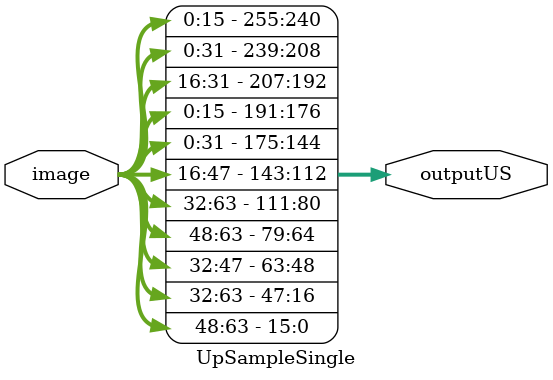
<source format=v>
`timescale 1ns / 1ps


module UpSampleSingle(image,outputUS);

parameter DATA_WIDTH = 16;
parameter H = 2;
parameter W = 2;
parameter D = 1;

input [0:D*W*H*DATA_WIDTH-1] image;
output reg [0:D*2*W*2*W*DATA_WIDTH-1] outputUS;


generate 
genvar counter,row;

    for (row=0;row<W;row=row+1) begin
        for(counter=0;counter<H;counter=counter+1) begin
            always @ (*) begin
                    outputUS[((row*2)*2*W*DATA_WIDTH+2*counter*DATA_WIDTH)+:DATA_WIDTH] <=   image[(row*W*DATA_WIDTH+counter*DATA_WIDTH)+:DATA_WIDTH];
                    outputUS[((row*2+1)*2*W*DATA_WIDTH+2*counter*DATA_WIDTH)+:DATA_WIDTH] <=   image[(row*W*DATA_WIDTH+counter*DATA_WIDTH)+:DATA_WIDTH];
                    outputUS[((row*2)*2*W*DATA_WIDTH+(2*counter+1)*DATA_WIDTH)+:DATA_WIDTH] <=   image[(row*W*DATA_WIDTH+counter*DATA_WIDTH)+:DATA_WIDTH];
                    outputUS[((row*2+1)*2*W*DATA_WIDTH+(2*counter+1)*DATA_WIDTH)+:DATA_WIDTH] <=   image[(row*W*DATA_WIDTH+counter*DATA_WIDTH)+:DATA_WIDTH];
            end
        end
    end

endgenerate
    
endmodule

</source>
